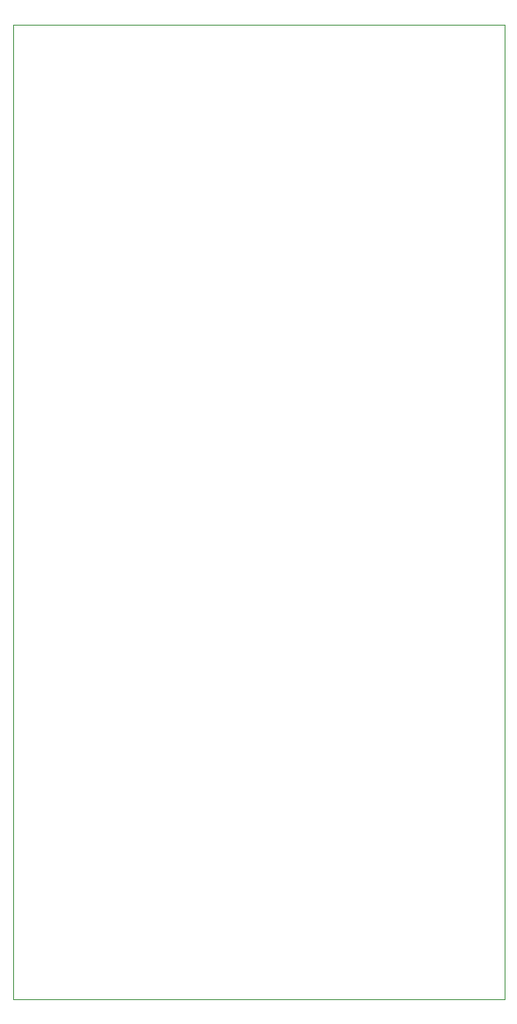
<source format=gm1>
G04 #@! TF.GenerationSoftware,KiCad,Pcbnew,(6.0.0)*
G04 #@! TF.CreationDate,2022-08-05T10:14:58-07:00*
G04 #@! TF.ProjectId,synth,73796e74-682e-46b6-9963-61645f706362,rev?*
G04 #@! TF.SameCoordinates,Original*
G04 #@! TF.FileFunction,Profile,NP*
%FSLAX46Y46*%
G04 Gerber Fmt 4.6, Leading zero omitted, Abs format (unit mm)*
G04 Created by KiCad (PCBNEW (6.0.0)) date 2022-08-05 10:14:58*
%MOMM*%
%LPD*%
G01*
G04 APERTURE LIST*
G04 #@! TA.AperFunction,Profile*
%ADD10C,0.100000*%
G04 #@! TD*
G04 APERTURE END LIST*
D10*
X122964618Y-142494000D02*
X173464618Y-142494000D01*
X173464618Y-142494000D02*
X173464618Y-42494000D01*
X173464618Y-42494000D02*
X122964618Y-42494000D01*
X122964618Y-42494000D02*
X122964618Y-142494000D01*
M02*

</source>
